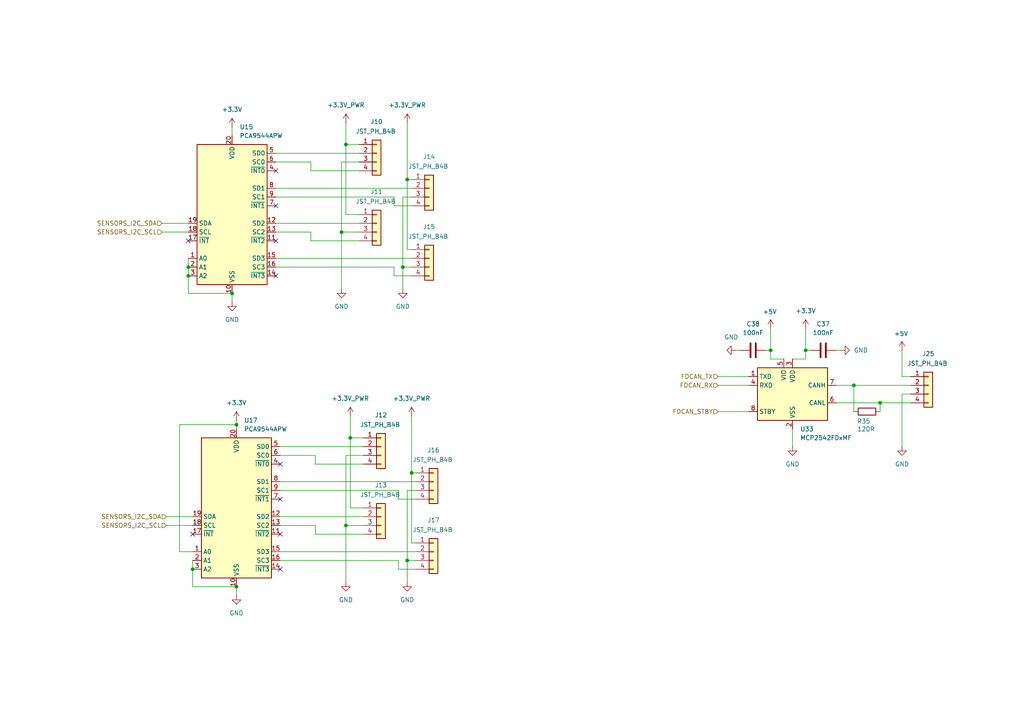
<source format=kicad_sch>
(kicad_sch (version 20231120) (generator "eeschema") (generator_version "8.0")
  (paper "A4")
  (lib_symbols
    (symbol "Connector_Generic:Conn_01x04" (pin_names (offset 1.016) hide)
      (property "Reference" "J" (at 0 5.08 0))
      (property "Value" "Conn_01x04" (at 0 -7.62 0))
      (symbol "Conn_01x04_1_1"
        (rectangle (start -1.27 -4.953) (end 0 -5.207) (stroke (width 0.1524)))
        (rectangle (start -1.27 -2.413) (end 0 -2.667) (stroke (width 0.1524)))
        (rectangle (start -1.27 0.127) (end 0 -0.127) (stroke (width 0.1524)))
        (rectangle (start -1.27 2.667) (end 0 2.413) (stroke (width 0.1524)))
        (rectangle (start -1.27 3.81) (end 1.27 -6.35) (stroke (width 0.254)) (fill (type background)))
        (pin passive line (at -5.08 2.54 0) (length 3.81) (name "Pin_1") (number "1"))
        (pin passive line (at -5.08 0 0) (length 3.81) (name "Pin_2") (number "2"))
        (pin passive line (at -5.08 -2.54 0) (length 3.81) (name "Pin_3") (number "3"))
        (pin passive line (at -5.08 -5.08 0) (length 3.81) (name "Pin_4") (number "4"))
      )
    )
    (symbol "Device:C" (pin_numbers hide) (pin_names (offset 0.254))
      (property "Reference" "C" (at 0.635 2.54 0))
      (property "Value" "C" (at 0.635 -2.54 0))
      (symbol "C_0_1"
        (polyline (pts (xy -2.032 -0.762) (xy 2.032 -0.762)) (stroke (width 0.508)))
        (polyline (pts (xy -2.032 0.762) (xy 2.032 0.762)) (stroke (width 0.508)))
      )
      (symbol "C_1_1"
        (pin passive line (at 0 3.81 270) (length 2.794) (name "~") (number "1"))
        (pin passive line (at 0 -3.81 90) (length 2.794) (name "~") (number "2"))
      )
    )
    (symbol "Device:R" (pin_numbers hide) (pin_names (offset 0))
      (property "Reference" "R" (at 2.032 0 90))
      (property "Value" "R" (at 0 0 90))
      (symbol "R_0_1"
        (rectangle (start -1.016 -2.54) (end 1.016 2.54) (stroke (width 0.254)))
      )
      (symbol "R_1_1"
        (pin passive line (at 0 3.81 270) (length 1.27) (name "~") (number "1"))
        (pin passive line (at 0 -3.81 90) (length 1.27) (name "~") (number "2"))
      )
    )
    (symbol "Interface_CAN_LIN:MCP2542FDxMF"
      (property "Reference" "U" (at -10.16 8.89 0))
      (property "Value" "MCP2542FDxMF" (at 2.54 8.89 0))
      (symbol "MCP2542FDxMF_0_1"
        (rectangle (start -10.16 7.62) (end 10.16 -7.62) (stroke (width 0.254)) (fill (type background)))
      )
      (symbol "MCP2542FDxMF_1_1"
        (pin input line (at -12.7 5.08 0) (length 2.54) (name "TXD") (number "1"))
        (pin power_in line (at 0 -10.16 90) (length 2.54) (name "VSS") (number "2"))
        (pin power_in line (at 0 10.16 270) (length 2.54) (name "VDD") (number "3"))
        (pin output line (at -12.7 2.54 0) (length 2.54) (name "RXD") (number "4"))
        (pin power_in line (at -2.54 10.16 270) (length 2.54) (name "VIO") (number "5"))
        (pin bidirectional line (at 12.7 -2.54 180) (length 2.54) (name "CANL") (number "6"))
        (pin bidirectional line (at 12.7 2.54 180) (length 2.54) (name "CANH") (number "7"))
        (pin input line (at -12.7 -5.08 0) (length 2.54) (name "STBY") (number "8"))
        (pin passive line (at 0 -10.16 90) (length 2.54) hide (name "VSS") (number "9"))
      )
    )
    (symbol "Interface_Expansion:PCA9544APW"
      (property "Reference" "U" (at -8.89 21.59 0))
      (property "Value" "PCA9544APW" (at 7.62 21.59 0))
      (symbol "PCA9544APW_0_1"
        (rectangle (start 10.16 20.32) (end -10.16 -20.32) (stroke (width 0.254)) (fill (type background)))
      )
      (symbol "PCA9544APW_1_1"
        (pin input line (at -12.7 -12.7 0) (length 2.54) (name "A0") (number "1"))
        (pin power_in line (at 0 -22.86 90) (length 2.54) (name "VSS") (number "10"))
        (pin input line (at 12.7 -7.62 180) (length 2.54) (name "~{INT2}") (number "11"))
        (pin bidirectional line (at 12.7 -2.54 180) (length 2.54) (name "SD2") (number "12"))
        (pin output line (at 12.7 -5.08 180) (length 2.54) (name "SC2") (number "13"))
        (pin input line (at 12.7 -17.78 180) (length 2.54) (name "~{INT3}") (number "14"))
        (pin bidirectional line (at 12.7 -12.7 180) (length 2.54) (name "SD3") (number "15"))
        (pin output line (at 12.7 -15.24 180) (length 2.54) (name "SC3") (number "16"))
        (pin open_collector line (at -12.7 -7.62 0) (length 2.54) (name "~{INT}") (number "17"))
        (pin input line (at -12.7 -5.08 0) (length 2.54) (name "SCL") (number "18"))
        (pin bidirectional line (at -12.7 -2.54 0) (length 2.54) (name "SDA") (number "19"))
        (pin input line (at -12.7 -15.24 0) (length 2.54) (name "A1") (number "2"))
        (pin power_in line (at 0 22.86 270) (length 2.54) (name "VDD") (number "20"))
        (pin input line (at -12.7 -17.78 0) (length 2.54) (name "A2") (number "3"))
        (pin input line (at 12.7 12.7 180) (length 2.54) (name "~{INT0}") (number "4"))
        (pin bidirectional line (at 12.7 17.78 180) (length 2.54) (name "SD0") (number "5"))
        (pin output line (at 12.7 15.24 180) (length 2.54) (name "SC0") (number "6"))
        (pin input line (at 12.7 2.54 180) (length 2.54) (name "~{INT1}") (number "7"))
        (pin bidirectional line (at 12.7 7.62 180) (length 2.54) (name "SD1") (number "8"))
        (pin output line (at 12.7 5.08 180) (length 2.54) (name "SC1") (number "9"))
      )
    )
    (symbol "power:+3.3V" (power) (pin_numbers hide) (pin_names (offset 0) hide)
      (property "Value" "+3.3V" (at 0 3.556 0))
      (symbol "+3.3V_0_1"
        (polyline (pts (xy -0.762 1.27) (xy 0 2.54)))
        (polyline (pts (xy 0 0) (xy 0 2.54)))
        (polyline (pts (xy 0 2.54) (xy 0.762 1.27)))
      )
      (symbol "+3.3V_1_1"
        (pin power_in line (at 0 0 90) (length 0) (name "~") (number "1"))
      )
    )
    (symbol "power:+5V" (power) (pin_numbers hide) (pin_names (offset 0) hide)
      (property "Value" "+5V" (at 0 3.556 0))
      (symbol "+5V_0_1"
        (polyline (pts (xy -0.762 1.27) (xy 0 2.54)))
        (polyline (pts (xy 0 0) (xy 0 2.54)))
        (polyline (pts (xy 0 2.54) (xy 0.762 1.27)))
      )
      (symbol "+5V_1_1"
        (pin power_in line (at 0 0 90) (length 0) (name "~") (number "1"))
      )
    )
    (symbol "power:GND" (power) (pin_numbers hide) (pin_names (offset 0) hide)
      (property "Value" "GND" (at 0 -3.81 0))
      (symbol "GND_0_1"
        (polyline (pts (xy 0 0) (xy 0 -1.27) (xy 1.27 -1.27) (xy 0 -2.54) (xy -1.27 -1.27) (xy 0 -1.27)))
      )
      (symbol "GND_1_1"
        (pin power_in line (at 0 0 270) (length 0) (name "~") (number "1"))
      )
    )
  )
  (junction (at 116.84 77.47))
  (junction (at 54.61 77.47))
  (junction (at 67.31 85.09))
  (junction (at 119.38 137.16))
  (junction (at 255.27 116.84))
  (junction (at 55.88 165.1))
  (junction (at 223.52 101.6))
  (junction (at 99.06 67.31))
  (junction (at 100.33 41.91))
  (junction (at 233.68 101.6))
  (junction (at 101.6 127))
  (junction (at 247.65 111.76))
  (junction (at 68.58 170.18))
  (junction (at 54.61 80.01))
  (junction (at 118.11 162.56))
  (junction (at 118.11 52.07))
  (junction (at 68.58 123.19))
  (junction (at 100.33 152.4))
  (no_connect (at 54.61 69.85))
  (no_connect (at 81.28 134.62))
  (no_connect (at 55.88 154.94))
  (no_connect (at 81.28 144.78))
  (no_connect (at 81.28 154.94))
  (no_connect (at 81.28 165.1))
  (no_connect (at 80.01 69.85))
  (no_connect (at 80.01 59.69))
  (no_connect (at 80.01 80.01))
  (no_connect (at 80.01 49.53))
  (wire (pts (xy 115.57 162.56) (xy 115.57 165.1)))
  (wire (pts (xy 208.28 119.38) (xy 217.17 119.38)))
  (wire (pts (xy 68.58 123.19) (xy 68.58 124.46)))
  (wire (pts (xy 80.01 77.47) (xy 114.3 77.47)))
  (wire (pts (xy 119.38 57.15) (xy 116.84 57.15)))
  (wire (pts (xy 116.84 77.47) (xy 116.84 83.82)))
  (wire (pts (xy 116.84 57.15) (xy 116.84 77.47)))
  (wire (pts (xy 100.33 35.56) (xy 100.33 41.91)))
  (wire (pts (xy 247.65 111.76) (xy 264.16 111.76)))
  (wire (pts (xy 261.62 114.3) (xy 261.62 129.54)))
  (wire (pts (xy 114.3 80.01) (xy 119.38 80.01)))
  (wire (pts (xy 46.99 64.77) (xy 54.61 64.77)))
  (wire (pts (xy 118.11 52.07) (xy 118.11 72.39)))
  (wire (pts (xy 81.28 129.54) (xy 105.41 129.54)))
  (wire (pts (xy 229.87 104.14) (xy 233.68 104.14)))
  (wire (pts (xy 118.11 52.07) (xy 119.38 52.07)))
  (wire (pts (xy 80.01 67.31) (xy 90.17 67.31)))
  (wire (pts (xy 213.36 101.6) (xy 214.63 101.6)))
  (wire (pts (xy 80.01 74.93) (xy 119.38 74.93)))
  (wire (pts (xy 81.28 142.24) (xy 115.57 142.24)))
  (wire (pts (xy 90.17 49.53) (xy 104.14 49.53)))
  (wire (pts (xy 48.26 152.4) (xy 55.88 152.4)))
  (wire (pts (xy 67.31 36.83) (xy 67.31 39.37)))
  (wire (pts (xy 81.28 132.08) (xy 91.44 132.08)))
  (wire (pts (xy 208.28 109.22) (xy 217.17 109.22)))
  (wire (pts (xy 55.88 165.1) (xy 55.88 170.18)))
  (wire (pts (xy 99.06 67.31) (xy 99.06 83.82)))
  (wire (pts (xy 67.31 85.09) (xy 67.31 87.63)))
  (wire (pts (xy 105.41 152.4) (xy 100.33 152.4)))
  (wire (pts (xy 118.11 142.24) (xy 118.11 162.56)))
  (wire (pts (xy 119.38 137.16) (xy 119.38 157.48)))
  (wire (pts (xy 54.61 85.09) (xy 67.31 85.09)))
  (wire (pts (xy 55.88 170.18) (xy 68.58 170.18)))
  (wire (pts (xy 115.57 144.78) (xy 120.65 144.78)))
  (wire (pts (xy 114.3 77.47) (xy 114.3 80.01)))
  (wire (pts (xy 52.07 123.19) (xy 68.58 123.19)))
  (wire (pts (xy 104.14 62.23) (xy 100.33 62.23)))
  (wire (pts (xy 101.6 127) (xy 105.41 127)))
  (wire (pts (xy 81.28 149.86) (xy 105.41 149.86)))
  (wire (pts (xy 80.01 54.61) (xy 119.38 54.61)))
  (wire (pts (xy 81.28 152.4) (xy 91.44 152.4)))
  (wire (pts (xy 119.38 120.65) (xy 119.38 137.16)))
  (wire (pts (xy 48.26 149.86) (xy 55.88 149.86)))
  (wire (pts (xy 261.62 109.22) (xy 261.62 101.6)))
  (wire (pts (xy 80.01 46.99) (xy 90.17 46.99)))
  (wire (pts (xy 223.52 101.6) (xy 223.52 104.14)))
  (wire (pts (xy 118.11 35.56) (xy 118.11 52.07)))
  (wire (pts (xy 100.33 132.08) (xy 105.41 132.08)))
  (wire (pts (xy 105.41 147.32) (xy 101.6 147.32)))
  (wire (pts (xy 54.61 77.47) (xy 54.61 80.01)))
  (wire (pts (xy 242.57 101.6) (xy 243.84 101.6)))
  (wire (pts (xy 100.33 152.4) (xy 100.33 168.91)))
  (wire (pts (xy 81.28 162.56) (xy 115.57 162.56)))
  (wire (pts (xy 120.65 157.48) (xy 119.38 157.48)))
  (wire (pts (xy 120.65 162.56) (xy 118.11 162.56)))
  (wire (pts (xy 242.57 116.84) (xy 255.27 116.84)))
  (wire (pts (xy 255.27 116.84) (xy 264.16 116.84)))
  (wire (pts (xy 114.3 59.69) (xy 119.38 59.69)))
  (wire (pts (xy 99.06 46.99) (xy 104.14 46.99)))
  (wire (pts (xy 90.17 69.85) (xy 104.14 69.85)))
  (wire (pts (xy 101.6 127) (xy 101.6 147.32)))
  (wire (pts (xy 264.16 109.22) (xy 261.62 109.22)))
  (wire (pts (xy 229.87 124.46) (xy 229.87 129.54)))
  (wire (pts (xy 81.28 139.7) (xy 120.65 139.7)))
  (wire (pts (xy 120.65 142.24) (xy 118.11 142.24)))
  (wire (pts (xy 90.17 67.31) (xy 90.17 69.85)))
  (wire (pts (xy 91.44 132.08) (xy 91.44 134.62)))
  (wire (pts (xy 223.52 104.14) (xy 227.33 104.14)))
  (wire (pts (xy 54.61 80.01) (xy 54.61 85.09)))
  (wire (pts (xy 68.58 121.92) (xy 68.58 123.19)))
  (wire (pts (xy 100.33 41.91) (xy 104.14 41.91)))
  (wire (pts (xy 80.01 57.15) (xy 114.3 57.15)))
  (wire (pts (xy 264.16 114.3) (xy 261.62 114.3)))
  (wire (pts (xy 104.14 67.31) (xy 99.06 67.31)))
  (wire (pts (xy 100.33 41.91) (xy 100.33 62.23)))
  (wire (pts (xy 247.65 111.76) (xy 247.65 119.38)))
  (wire (pts (xy 100.33 132.08) (xy 100.33 152.4)))
  (wire (pts (xy 91.44 134.62) (xy 105.41 134.62)))
  (wire (pts (xy 255.27 119.38) (xy 255.27 116.84)))
  (wire (pts (xy 119.38 72.39) (xy 118.11 72.39)))
  (wire (pts (xy 115.57 165.1) (xy 120.65 165.1)))
  (wire (pts (xy 80.01 64.77) (xy 104.14 64.77)))
  (wire (pts (xy 101.6 120.65) (xy 101.6 127)))
  (wire (pts (xy 119.38 137.16) (xy 120.65 137.16)))
  (wire (pts (xy 118.11 162.56) (xy 118.11 168.91)))
  (wire (pts (xy 233.68 95.25) (xy 233.68 101.6)))
  (wire (pts (xy 208.28 111.76) (xy 217.17 111.76)))
  (wire (pts (xy 81.28 160.02) (xy 120.65 160.02)))
  (wire (pts (xy 68.58 170.18) (xy 68.58 172.72)))
  (wire (pts (xy 54.61 74.93) (xy 54.61 77.47)))
  (wire (pts (xy 114.3 57.15) (xy 114.3 59.69)))
  (wire (pts (xy 242.57 111.76) (xy 247.65 111.76)))
  (wire (pts (xy 223.52 95.25) (xy 223.52 101.6)))
  (wire (pts (xy 222.25 101.6) (xy 223.52 101.6)))
  (wire (pts (xy 115.57 142.24) (xy 115.57 144.78)))
  (wire (pts (xy 55.88 162.56) (xy 55.88 165.1)))
  (wire (pts (xy 233.68 101.6) (xy 233.68 104.14)))
  (wire (pts (xy 52.07 160.02) (xy 52.07 123.19)))
  (wire (pts (xy 80.01 44.45) (xy 104.14 44.45)))
  (wire (pts (xy 99.06 46.99) (xy 99.06 67.31)))
  (wire (pts (xy 55.88 160.02) (xy 52.07 160.02)))
  (wire (pts (xy 233.68 101.6) (xy 234.95 101.6)))
  (wire (pts (xy 90.17 46.99) (xy 90.17 49.53)))
  (wire (pts (xy 119.38 77.47) (xy 116.84 77.47)))
  (wire (pts (xy 46.99 67.31) (xy 54.61 67.31)))
  (wire (pts (xy 91.44 154.94) (xy 105.41 154.94)))
  (wire (pts (xy 91.44 152.4) (xy 91.44 154.94)))
  (hierarchical_label "FDCAN_RX" (shape input) (at 208.28 111.76 180))
  (hierarchical_label "SENSORS_I2C_SDA" (shape input) (at 48.26 149.86 180))
  (hierarchical_label "FDCAN_STBY" (shape input) (at 208.28 119.38 180))
  (hierarchical_label "SENSORS_I2C_SDA" (shape input) (at 46.99 64.77 180))
  (hierarchical_label "FDCAN_TX" (shape input) (at 208.28 109.22 180))
  (hierarchical_label "SENSORS_I2C_SCL" (shape input) (at 48.26 152.4 180))
  (hierarchical_label "SENSORS_I2C_SCL" (shape input) (at 46.99 67.31 180))
  (symbol (lib_id "power:+5V") (at 223.52 95.25 0) (unit 1)
    (property "Reference" "#PWR0153" (effects (hide yes)))
    (property "Value" "+5V" (at 223.266 90.424 0))
    (property "Description" "Power symbol creates a global label with name \"+5V\"" (effects (hide yes)))
  )
  (symbol (lib_id "power:+3.3V") (at 67.31 36.83 0) (unit 1)
    (property "Reference" "#PWR074" (effects (hide yes)))
    (property "Value" "+3.3V" (at 67.31 31.75 0))
    (property "Description" "Power symbol creates a global label with name \"+3.3V\"" (effects (hide yes)))
  )
  (symbol (lib_id "power:+5V") (at 261.62 101.6 0) (unit 1)
    (property "Reference" "#PWR0156" (effects (hide yes)))
    (property "Value" "+5V" (at 261.366 96.774 0))
    (property "Description" "Power symbol creates a global label with name \"+5V\"" (effects (hide yes)))
  )
  (symbol (lib_id "power:+3.3V") (at 119.38 120.65 0) (unit 1)
    (property "Reference" "#PWR085" (effects (hide yes)))
    (property "Value" "+3.3V_PWR" (at 119.38 115.57 0))
    (property "Description" "Power symbol creates a global label with name \"+3.3V\"" (effects (hide yes)))
  )
  (symbol (lib_id "Connector_Generic:Conn_01x04") (at 124.46 74.93 0) (unit 1)
    (property "Reference" "J15" (at 124.46 65.786 0))
    (property "Value" "JST_PH_B4B" (at 124.206 68.58 0))
    (property "Footprint" "Connector_JST:JST_PH_B4B-PH-K_1x04_P2.00mm_Vertical" (effects (hide yes)))
    (property "Description" "Generic connector, single row, 01x04, script generated (kicad-library-utils/schlib/autogen/connector/)" (effects (hide yes)))
  )
  (symbol (lib_id "power:+3.3V") (at 233.68 95.25 0) (unit 1)
    (property "Reference" "#PWR0151" (effects (hide yes)))
    (property "Value" "+3.3V" (at 233.68 90.17 0))
    (property "Description" "Power symbol creates a global label with name \"+3.3V\"" (effects (hide yes)))
  )
  (symbol (lib_id "power:GND") (at 243.84 101.6 90) (unit 1)
    (property "Reference" "#PWR0154" (effects (hide yes)))
    (property "Value" "GND" (at 247.65 101.5999 90) (effects (justify right)))
    (property "Description" "Power symbol creates a global label with name \"GND\" , ground" (effects (hide yes)))
  )
  (symbol (lib_id "Connector_Generic:Conn_01x04") (at 109.22 44.45 0) (unit 1)
    (property "Reference" "J10" (at 109.22 35.306 0))
    (property "Value" "JST_PH_B4B" (at 108.966 38.1 0))
    (property "Footprint" "Connector_JST:JST_PH_B4B-PH-K_1x04_P2.00mm_Vertical" (effects (hide yes)))
    (property "Description" "Generic connector, single row, 01x04, script generated (kicad-library-utils/schlib/autogen/connector/)" (effects (hide yes)))
  )
  (symbol (lib_id "power:GND") (at 68.58 172.72 0) (unit 1)
    (property "Reference" "#PWR077" (effects (hide yes)))
    (property "Value" "GND" (at 68.58 177.8 0))
    (property "Description" "Power symbol creates a global label with name \"GND\" , ground" (effects (hide yes)))
  )
  (symbol (lib_id "Device:C") (at 238.76 101.6 90) (unit 1)
    (property "Reference" "C37" (at 238.76 93.98 90))
    (property "Value" "100nF" (at 238.76 96.52 90))
    (property "Footprint" "Capacitor_SMD:C_0805_2012Metric_Pad1.18x1.45mm_HandSolder" (effects (hide yes)))
    (property "Description" "Unpolarized capacitor" (effects (hide yes)))
  )
  (symbol (lib_id "power:+3.3V") (at 101.6 120.65 0) (unit 1)
    (property "Reference" "#PWR081" (effects (hide yes)))
    (property "Value" "+3.3V_PWR" (at 101.6 115.57 0))
    (property "Description" "Power symbol creates a global label with name \"+3.3V\"" (effects (hide yes)))
  )
  (symbol (lib_id "Interface_Expansion:PCA9544APW") (at 68.58 147.32 0) (unit 1)
    (property "Reference" "U17" (at 70.7741 121.92 0) (effects (justify left)))
    (property "Value" "PCA9544APW" (at 70.7741 124.46 0) (effects (justify left)))
    (property "Footprint" "Package_SO:TSSOP-20_4.4x6.5mm_P0.65mm" (effects (hide yes)))
    (property "Datasheet" "http://www.nxp.com/docs/en/data-sheet/PCA9544A.pdf" (effects (hide yes)))
    (property "Description" "4-channel I2C-bus multiplexer with interrupt logic, TSSOP-20" (effects (hide yes)))
  )
  (symbol (lib_id "Connector_Generic:Conn_01x04") (at 110.49 149.86 0) (unit 1)
    (property "Reference" "J13" (at 110.49 140.716 0))
    (property "Value" "JST_PH_B4B" (at 110.236 143.51 0))
    (property "Footprint" "Connector_JST:JST_PH_B4B-PH-K_1x04_P2.00mm_Vertical" (effects (hide yes)))
    (property "Description" "Generic connector, single row, 01x04, script generated (kicad-library-utils/schlib/autogen/connector/)" (effects (hide yes)))
  )
  (symbol (lib_id "Device:C") (at 218.44 101.6 90) (unit 1)
    (property "Reference" "C38" (at 218.44 93.98 90))
    (property "Value" "100nF" (at 218.44 96.52 90))
    (property "Footprint" "Capacitor_SMD:C_0805_2012Metric_Pad1.18x1.45mm_HandSolder" (effects (hide yes)))
    (property "Description" "Unpolarized capacitor" (effects (hide yes)))
  )
  (symbol (lib_id "Interface_CAN_LIN:MCP2542FDxMF") (at 229.87 114.3 0) (unit 1)
    (property "Reference" "U33" (at 232.0641 124.46 0) (effects (justify left)))
    (property "Value" "MCP2542FDxMF" (at 232.0641 127 0) (effects (justify left)))
    (property "Footprint" "Package_DFN_QFN:DFN-8-1EP_3x3mm_P0.65mm_EP1.55x2.4mm" (effects (hide yes)))
    (property "Datasheet" "http://ww1.microchip.com/downloads/en/DeviceDoc/MCP2542FD-4FD-MCP2542WFD-4WFD-Data-Sheet20005514B.pdf" (effects (hide yes)))
    (property "Description" "CAN-FD Transceiver, Wake-Up on CAN activity, 8Mbps, 5V supply, STBY pin, 3x3 DFN-8" (effects (hide yes)))
  )
  (symbol (lib_id "power:+3.3V") (at 100.33 35.56 0) (unit 1)
    (property "Reference" "#PWR080" (effects (hide yes)))
    (property "Value" "+3.3V_PWR" (at 100.33 30.48 0))
    (property "Description" "Power symbol creates a global label with name \"+3.3V\"" (effects (hide yes)))
  )
  (symbol (lib_id "Connector_Generic:Conn_01x04") (at 125.73 139.7 0) (unit 1)
    (property "Reference" "J16" (at 125.73 130.556 0))
    (property "Value" "JST_PH_B4B" (at 125.476 133.35 0))
    (property "Footprint" "Connector_JST:JST_PH_B4B-PH-K_1x04_P2.00mm_Vertical" (effects (hide yes)))
    (property "Description" "Generic connector, single row, 01x04, script generated (kicad-library-utils/schlib/autogen/connector/)" (effects (hide yes)))
  )
  (symbol (lib_id "Connector_Generic:Conn_01x04") (at 124.46 54.61 0) (unit 1)
    (property "Reference" "J14" (at 124.46 45.466 0))
    (property "Value" "JST_PH_B4B" (at 124.206 48.26 0))
    (property "Footprint" "Connector_JST:JST_PH_B4B-PH-K_1x04_P2.00mm_Vertical" (effects (hide yes)))
    (property "Description" "Generic connector, single row, 01x04, script generated (kicad-library-utils/schlib/autogen/connector/)" (effects (hide yes)))
  )
  (symbol (lib_id "power:GND") (at 100.33 168.91 0) (unit 1)
    (property "Reference" "#PWR079" (effects (hide yes)))
    (property "Value" "GND" (at 100.33 173.99 0))
    (property "Description" "Power symbol creates a global label with name \"GND\" , ground" (effects (hide yes)))
  )
  (symbol (lib_id "Connector_Generic:Conn_01x04") (at 110.49 129.54 0) (unit 1)
    (property "Reference" "J12" (at 110.49 120.396 0))
    (property "Value" "JST_PH_B4B" (at 110.236 123.19 0))
    (property "Footprint" "Connector_JST:JST_PH_B4B-PH-K_1x04_P2.00mm_Vertical" (effects (hide yes)))
    (property "Description" "Generic connector, single row, 01x04, script generated (kicad-library-utils/schlib/autogen/connector/)" (effects (hide yes)))
  )
  (symbol (lib_id "power:GND") (at 229.87 129.54 0) (unit 1)
    (property "Reference" "#PWR0152" (effects (hide yes)))
    (property "Value" "GND" (at 229.87 134.62 0))
    (property "Description" "Power symbol creates a global label with name \"GND\" , ground" (effects (hide yes)))
  )
  (symbol (lib_id "power:GND") (at 261.62 129.54 0) (unit 1)
    (property "Reference" "#PWR0155" (effects (hide yes)))
    (property "Value" "GND" (at 261.62 134.62 0))
    (property "Description" "Power symbol creates a global label with name \"GND\" , ground" (effects (hide yes)))
  )
  (symbol (lib_id "power:GND") (at 118.11 168.91 0) (unit 1)
    (property "Reference" "#PWR083" (effects (hide yes)))
    (property "Value" "GND" (at 118.11 173.99 0))
    (property "Description" "Power symbol creates a global label with name \"GND\" , ground" (effects (hide yes)))
  )
  (symbol (lib_id "power:+3.3V") (at 118.11 35.56 0) (unit 1)
    (property "Reference" "#PWR084" (effects (hide yes)))
    (property "Value" "+3.3V_PWR" (at 118.11 30.48 0))
    (property "Description" "Power symbol creates a global label with name \"+3.3V\"" (effects (hide yes)))
  )
  (symbol (lib_id "power:+3.3V") (at 68.58 121.92 0) (unit 1)
    (property "Reference" "#PWR076" (effects (hide yes)))
    (property "Value" "+3.3V" (at 68.58 116.84 0))
    (property "Description" "Power symbol creates a global label with name \"+3.3V\"" (effects (hide yes)))
  )
  (symbol (lib_id "Connector_Generic:Conn_01x04") (at 125.73 160.02 0) (unit 1)
    (property "Reference" "J17" (at 125.73 150.876 0))
    (property "Value" "JST_PH_B4B" (at 125.476 153.67 0))
    (property "Footprint" "Connector_JST:JST_PH_B4B-PH-K_1x04_P2.00mm_Vertical" (effects (hide yes)))
    (property "Description" "Generic connector, single row, 01x04, script generated (kicad-library-utils/schlib/autogen/connector/)" (effects (hide yes)))
  )
  (symbol (lib_id "power:GND") (at 99.06 83.82 0) (unit 1)
    (property "Reference" "#PWR078" (effects (hide yes)))
    (property "Value" "GND" (at 99.06 88.9 0))
    (property "Description" "Power symbol creates a global label with name \"GND\" , ground" (effects (hide yes)))
  )
  (symbol (lib_id "Connector_Generic:Conn_01x04") (at 109.22 64.77 0) (unit 1)
    (property "Reference" "J11" (at 109.22 55.626 0))
    (property "Value" "JST_PH_B4B" (at 108.966 58.42 0))
    (property "Footprint" "Connector_JST:JST_PH_B4B-PH-K_1x04_P2.00mm_Vertical" (effects (hide yes)))
    (property "Description" "Generic connector, single row, 01x04, script generated (kicad-library-utils/schlib/autogen/connector/)" (effects (hide yes)))
  )
  (symbol (lib_id "Interface_Expansion:PCA9544APW") (at 67.31 62.23 0) (unit 1)
    (property "Reference" "U15" (at 69.5041 36.83 0) (effects (justify left)))
    (property "Value" "PCA9544APW" (at 69.5041 39.37 0) (effects (justify left)))
    (property "Footprint" "Package_SO:TSSOP-20_4.4x6.5mm_P0.65mm" (effects (hide yes)))
    (property "Datasheet" "http://www.nxp.com/docs/en/data-sheet/PCA9544A.pdf" (effects (hide yes)))
    (property "Description" "4-channel I2C-bus multiplexer with interrupt logic, TSSOP-20" (effects (hide yes)))
  )
  (symbol (lib_id "power:GND") (at 67.31 87.63 0) (unit 1)
    (property "Reference" "#PWR075" (effects (hide yes)))
    (property "Value" "GND" (at 67.31 92.71 0))
    (property "Description" "Power symbol creates a global label with name \"GND\" , ground" (effects (hide yes)))
  )
  (symbol (lib_id "power:GND") (at 213.36 101.6 270) (unit 1)
    (property "Reference" "#PWR0102" (effects (hide yes)))
    (property "Value" "GND" (at 212.09 97.79 90))
    (property "Description" "Power symbol creates a global label with name \"GND\" , ground" (effects (hide yes)))
  )
  (symbol (lib_id "Connector_Generic:Conn_01x04") (at 269.24 111.76 0) (unit 1)
    (property "Reference" "J25" (at 269.24 102.616 0))
    (property "Value" "JST_PH_B4B" (at 268.986 105.41 0))
    (property "Footprint" "Connector_JST:JST_PH_B4B-PH-K_1x04_P2.00mm_Vertical" (effects (hide yes)))
    (property "Description" "Generic connector, single row, 01x04, script generated (kicad-library-utils/schlib/autogen/connector/)" (effects (hide yes)))
  )
  (symbol (lib_id "Device:R") (at 251.46 119.38 90) (unit 1)
    (property "Reference" "R35" (at 252.476 122.174 90) (effects (justify left)))
    (property "Value" "120R" (at 253.746 124.46 90) (effects (justify left)))
    (property "Footprint" "Resistor_SMD:R_0805_2012Metric_Pad1.20x1.40mm_HandSolder" (effects (hide yes)))
    (property "Description" "Resistor" (effects (hide yes)))
  )
  (symbol (lib_id "power:GND") (at 116.84 83.82 0) (unit 1)
    (property "Reference" "#PWR082" (effects (hide yes)))
    (property "Value" "GND" (at 116.84 88.9 0))
    (property "Description" "Power symbol creates a global label with name \"GND\" , ground" (effects (hide yes)))
  )
)
</source>
